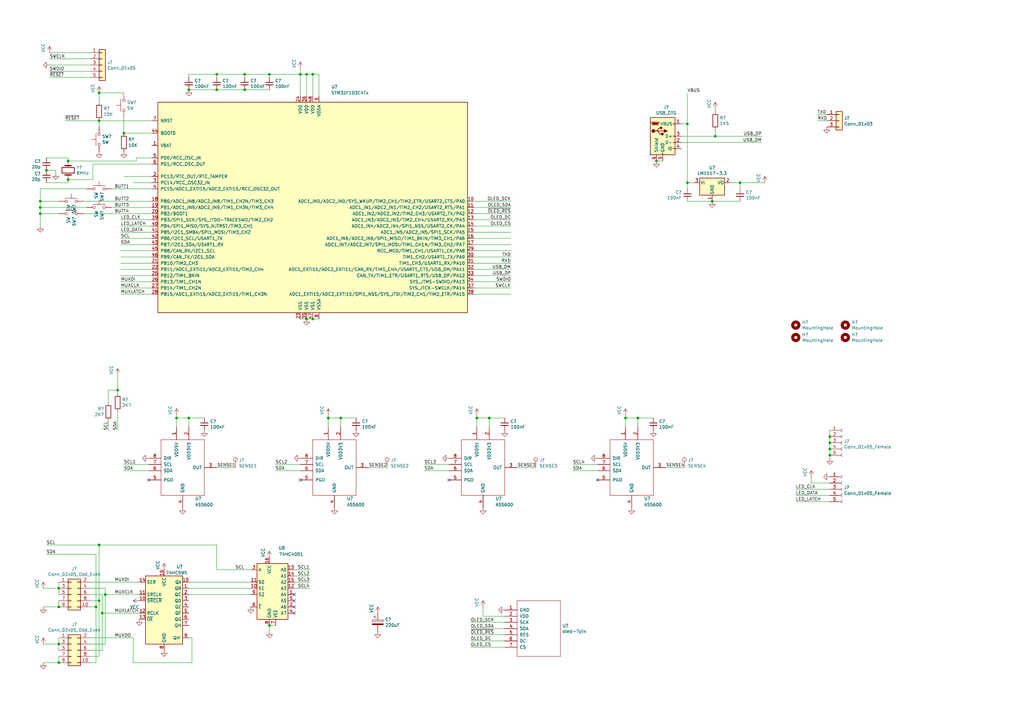
<source format=kicad_sch>
(kicad_sch (version 20231120) (generator "eeschema") (generator_version "8.0")
  (paper "A3")
  (junction (at 303.53 74.93))
  (junction (at 24.13 264.16))
  (junction (at 27.94 73.66))
  (junction (at 340.36 179.07))
  (junction (at 16.51 82.55))
  (junction (at 77.47 36.83))
  (junction (at 40.64 246.38))
  (junction (at 100.33 30.48))
  (junction (at 19.05 69.85))
  (junction (at 77.47 171.45))
  (junction (at 125.73 130.81))
  (junction (at 24.13 241.3))
  (junction (at 340.36 184.15))
  (junction (at 110.49 256.54))
  (junction (at 292.1 82.55))
  (junction (at 16.51 87.63))
  (junction (at 72.39 171.45))
  (junction (at 16.51 85.09))
  (junction (at 123.19 30.48))
  (junction (at 261.62 171.45))
  (junction (at 40.64 49.53))
  (junction (at 281.94 50.8))
  (junction (at 269.24 66.04))
  (junction (at 128.27 30.48))
  (junction (at 340.36 181.61))
  (junction (at 88.9 36.83))
  (junction (at 48.26 160.02))
  (junction (at 195.58 171.45))
  (junction (at 256.54 171.45))
  (junction (at 24.13 248.92))
  (junction (at 139.7 171.45))
  (junction (at 24.13 271.78))
  (junction (at 281.94 74.93))
  (junction (at 27.94 66.04))
  (junction (at 293.37 55.88))
  (junction (at 40.64 38.1))
  (junction (at 128.27 130.81))
  (junction (at 100.33 36.83))
  (junction (at 125.73 30.48))
  (junction (at 110.49 30.48))
  (junction (at 50.8 54.61))
  (junction (at 88.9 30.48))
  (junction (at 340.36 186.69))
  (junction (at 41.91 251.46))
  (junction (at 39.37 248.92))
  (junction (at 43.18 243.84))
  (junction (at 40.64 223.52))
  (junction (at 134.62 171.45))
  (junction (at 200.66 171.45))
  (no_connect (at 120.65 251.46))
  (no_connect (at 120.65 243.84))
  (no_connect (at 245.11 196.85))
  (no_connect (at 120.65 246.38))
  (no_connect (at 60.96 196.85))
  (no_connect (at 184.15 196.85))
  (no_connect (at 120.65 248.92))
  (no_connect (at 123.19 196.85))
  (wire (pts (xy 62.23 82.55) (xy 34.29 82.55)))
  (wire (pts (xy 293.37 55.88) (xy 312.42 55.88)))
  (wire (pts (xy 340.36 200.66) (xy 326.39 200.66)))
  (wire (pts (xy 40.64 49.53) (xy 26.67 49.53)))
  (wire (pts (xy 62.23 115.57) (xy 49.53 115.57)))
  (wire (pts (xy 139.7 171.45) (xy 146.05 171.45)))
  (wire (pts (xy 207.01 265.43) (xy 193.04 265.43)))
  (wire (pts (xy 339.09 46.99) (xy 335.28 46.99)))
  (wire (pts (xy 281.94 50.8) (xy 281.94 74.93)))
  (wire (pts (xy 16.51 85.09) (xy 16.51 87.63)))
  (wire (pts (xy 62.23 77.47) (xy 45.72 77.47)))
  (wire (pts (xy 78.74 261.62) (xy 78.74 271.78)))
  (wire (pts (xy 78.74 271.78) (xy 54.61 271.78)))
  (wire (pts (xy 200.66 175.26) (xy 200.66 171.45)))
  (wire (pts (xy 212.09 191.77) (xy 219.71 191.77)))
  (wire (pts (xy 48.26 168.91) (xy 48.26 176.53)))
  (wire (pts (xy 340.36 205.74) (xy 326.39 205.74)))
  (wire (pts (xy 303.53 82.55) (xy 292.1 82.55)))
  (wire (pts (xy 41.91 266.7) (xy 41.91 251.46)))
  (wire (pts (xy 207.01 262.89) (xy 193.04 262.89)))
  (wire (pts (xy 194.31 120.65) (xy 209.55 120.65)))
  (wire (pts (xy 100.33 36.83) (xy 110.49 36.83)))
  (wire (pts (xy 48.26 153.67) (xy 48.26 160.02)))
  (wire (pts (xy 194.31 115.57) (xy 209.55 115.57)))
  (wire (pts (xy 27.94 74.93) (xy 27.94 73.66)))
  (wire (pts (xy 198.12 252.73) (xy 198.12 248.92)))
  (wire (pts (xy 100.33 31.75) (xy 100.33 30.48)))
  (wire (pts (xy 123.19 130.81) (xy 125.73 130.81)))
  (wire (pts (xy 299.72 74.93) (xy 303.53 74.93)))
  (wire (pts (xy 62.23 100.33) (xy 49.53 100.33)))
  (wire (pts (xy 123.19 30.48) (xy 110.49 30.48)))
  (wire (pts (xy 62.23 110.49) (xy 49.53 110.49)))
  (wire (pts (xy 24.13 87.63) (xy 16.51 87.63)))
  (wire (pts (xy 110.49 256.54) (xy 113.03 256.54)))
  (wire (pts (xy 72.39 175.26) (xy 72.39 171.45)))
  (wire (pts (xy 36.83 266.7) (xy 41.91 266.7)))
  (wire (pts (xy 19.05 223.52) (xy 40.64 223.52)))
  (wire (pts (xy 24.13 241.3) (xy 24.13 243.84)))
  (wire (pts (xy 128.27 39.37) (xy 128.27 30.48)))
  (wire (pts (xy 194.31 118.11) (xy 209.55 118.11)))
  (wire (pts (xy 261.62 171.45) (xy 267.97 171.45)))
  (wire (pts (xy 48.26 160.02) (xy 48.26 161.29)))
  (wire (pts (xy 134.62 170.18) (xy 134.62 171.45)))
  (wire (pts (xy 340.36 181.61) (xy 340.36 184.15)))
  (wire (pts (xy 279.4 50.8) (xy 281.94 50.8)))
  (wire (pts (xy 125.73 130.81) (xy 128.27 130.81)))
  (wire (pts (xy 340.36 203.2) (xy 326.39 203.2)))
  (wire (pts (xy 27.94 66.04) (xy 55.88 66.04)))
  (wire (pts (xy 62.23 97.79) (xy 49.53 97.79)))
  (wire (pts (xy 16.51 82.55) (xy 16.51 85.09)))
  (wire (pts (xy 194.31 85.09) (xy 209.55 85.09)))
  (wire (pts (xy 36.83 243.84) (xy 41.91 243.84)))
  (wire (pts (xy 55.88 66.04) (xy 55.88 64.77)))
  (wire (pts (xy 41.91 251.46) (xy 57.15 251.46)))
  (wire (pts (xy 24.13 264.16) (xy 24.13 266.7)))
  (wire (pts (xy 44.45 165.1) (xy 44.45 160.02)))
  (wire (pts (xy 332.74 198.12) (xy 340.36 198.12)))
  (wire (pts (xy 195.58 171.45) (xy 200.66 171.45)))
  (wire (pts (xy 279.4 55.88) (xy 293.37 55.88)))
  (wire (pts (xy 332.74 198.12) (xy 332.74 195.58)))
  (wire (pts (xy 54.61 271.78) (xy 54.61 261.62)))
  (wire (pts (xy 72.39 170.18) (xy 72.39 171.45)))
  (wire (pts (xy 36.83 241.3) (xy 43.18 241.3)))
  (wire (pts (xy 194.31 90.17) (xy 209.55 90.17)))
  (wire (pts (xy 38.1 73.66) (xy 27.94 73.66)))
  (wire (pts (xy 256.54 175.26) (xy 256.54 171.45)))
  (wire (pts (xy 24.13 271.78) (xy 17.78 271.78)))
  (wire (pts (xy 36.83 248.92) (xy 39.37 248.92)))
  (wire (pts (xy 113.03 193.04) (xy 123.19 193.04)))
  (wire (pts (xy 77.47 30.48) (xy 77.47 31.75)))
  (wire (pts (xy 62.23 107.95) (xy 49.53 107.95)))
  (wire (pts (xy 123.19 27.94) (xy 123.19 30.48)))
  (wire (pts (xy 62.23 54.61) (xy 50.8 54.61)))
  (wire (pts (xy 19.05 64.77) (xy 27.94 64.77)))
  (wire (pts (xy 194.31 82.55) (xy 209.55 82.55)))
  (wire (pts (xy 194.31 100.33) (xy 209.55 100.33)))
  (wire (pts (xy 62.23 74.93) (xy 54.61 74.93)))
  (wire (pts (xy 110.49 30.48) (xy 110.49 31.75)))
  (wire (pts (xy 22.86 69.85) (xy 22.86 71.12)))
  (wire (pts (xy 36.83 271.78) (xy 39.37 271.78)))
  (wire (pts (xy 40.64 246.38) (xy 40.64 269.24)))
  (wire (pts (xy 41.91 243.84) (xy 41.91 251.46)))
  (wire (pts (xy 120.65 233.68) (xy 127 233.68)))
  (wire (pts (xy 88.9 223.52) (xy 88.9 233.68)))
  (wire (pts (xy 194.31 102.87) (xy 209.55 102.87)))
  (wire (pts (xy 36.83 26.67) (xy 20.32 26.67)))
  (wire (pts (xy 17.78 264.16) (xy 24.13 264.16)))
  (wire (pts (xy 194.31 105.41) (xy 209.55 105.41)))
  (wire (pts (xy 151.13 191.77) (xy 158.75 191.77)))
  (wire (pts (xy 256.54 171.45) (xy 261.62 171.45)))
  (wire (pts (xy 36.83 246.38) (xy 40.64 246.38)))
  (wire (pts (xy 293.37 44.45) (xy 293.37 45.72)))
  (wire (pts (xy 130.81 30.48) (xy 128.27 30.48)))
  (wire (pts (xy 39.37 248.92) (xy 39.37 227.33)))
  (wire (pts (xy 50.8 38.1) (xy 40.64 38.1)))
  (wire (pts (xy 194.31 95.25) (xy 209.55 95.25)))
  (wire (pts (xy 50.8 190.5) (xy 60.96 190.5)))
  (wire (pts (xy 281.94 82.55) (xy 292.1 82.55)))
  (wire (pts (xy 40.64 269.24) (xy 36.83 269.24)))
  (wire (pts (xy 194.31 110.49) (xy 209.55 110.49)))
  (wire (pts (xy 36.83 24.13) (xy 20.32 24.13)))
  (wire (pts (xy 27.94 64.77) (xy 27.94 66.04)))
  (wire (pts (xy 40.64 223.52) (xy 88.9 223.52)))
  (wire (pts (xy 16.51 77.47) (xy 35.56 77.47)))
  (wire (pts (xy 72.39 171.45) (xy 77.47 171.45)))
  (wire (pts (xy 195.58 170.18) (xy 195.58 171.45)))
  (wire (pts (xy 256.54 170.18) (xy 256.54 171.45)))
  (wire (pts (xy 62.23 87.63) (xy 34.29 87.63)))
  (wire (pts (xy 24.13 246.38) (xy 24.13 248.92)))
  (wire (pts (xy 44.45 172.72) (xy 44.45 176.53)))
  (wire (pts (xy 36.83 29.21) (xy 20.32 29.21)))
  (wire (pts (xy 194.31 107.95) (xy 209.55 107.95)))
  (wire (pts (xy 113.03 190.5) (xy 123.19 190.5)))
  (wire (pts (xy 207.01 252.73) (xy 198.12 252.73)))
  (wire (pts (xy 77.47 36.83) (xy 88.9 36.83)))
  (wire (pts (xy 303.53 74.93) (xy 313.69 74.93)))
  (wire (pts (xy 200.66 171.45) (xy 207.01 171.45)))
  (wire (pts (xy 130.81 39.37) (xy 130.81 30.48)))
  (wire (pts (xy 195.58 175.26) (xy 195.58 171.45)))
  (wire (pts (xy 40.64 49.53) (xy 40.64 52.07)))
  (wire (pts (xy 77.47 175.26) (xy 77.47 171.45)))
  (wire (pts (xy 128.27 130.81) (xy 130.81 130.81)))
  (wire (pts (xy 340.36 179.07) (xy 340.36 181.61)))
  (wire (pts (xy 269.24 66.04) (xy 271.78 66.04)))
  (wire (pts (xy 102.87 243.84) (xy 77.47 243.84)))
  (wire (pts (xy 340.36 184.15) (xy 340.36 186.69)))
  (wire (pts (xy 24.13 261.62) (xy 24.13 264.16)))
  (wire (pts (xy 62.23 67.31) (xy 38.1 67.31)))
  (wire (pts (xy 234.95 190.5) (xy 245.11 190.5)))
  (wire (pts (xy 88.9 36.83) (xy 100.33 36.83)))
  (wire (pts (xy 62.23 120.65) (xy 49.53 120.65)))
  (wire (pts (xy 54.61 261.62) (xy 36.83 261.62)))
  (wire (pts (xy 110.49 30.48) (xy 100.33 30.48)))
  (wire (pts (xy 36.83 31.75) (xy 20.32 31.75)))
  (wire (pts (xy 194.31 113.03) (xy 209.55 113.03)))
  (wire (pts (xy 50.8 54.61) (xy 50.8 48.26)))
  (wire (pts (xy 62.23 90.17) (xy 49.53 90.17)))
  (wire (pts (xy 88.9 30.48) (xy 77.47 30.48)))
  (wire (pts (xy 62.23 85.09) (xy 45.72 85.09)))
  (wire (pts (xy 24.13 269.24) (xy 24.13 271.78)))
  (wire (pts (xy 281.94 50.8) (xy 281.94 38.1)))
  (wire (pts (xy 77.47 241.3) (xy 102.87 241.3)))
  (wire (pts (xy 44.45 160.02) (xy 48.26 160.02)))
  (wire (pts (xy 340.36 176.53) (xy 340.36 179.07)))
  (wire (pts (xy 43.18 243.84) (xy 43.18 264.16)))
  (wire (pts (xy 62.23 72.39) (xy 50.8 72.39)))
  (wire (pts (xy 339.09 49.53) (xy 335.28 49.53)))
  (wire (pts (xy 194.31 92.71) (xy 209.55 92.71)))
  (wire (pts (xy 50.8 193.04) (xy 60.96 193.04)))
  (wire (pts (xy 62.23 95.25) (xy 49.53 95.25)))
  (wire (pts (xy 38.1 67.31) (xy 38.1 73.66)))
  (wire (pts (xy 88.9 191.77) (xy 96.52 191.77)))
  (wire (pts (xy 261.62 175.26) (xy 261.62 171.45)))
  (wire (pts (xy 134.62 171.45) (xy 139.7 171.45)))
  (wire (pts (xy 194.31 87.63) (xy 209.55 87.63)))
  (wire (pts (xy 303.53 74.93) (xy 303.53 77.47)))
  (wire (pts (xy 279.4 58.42) (xy 312.42 58.42)))
  (wire (pts (xy 62.23 49.53) (xy 40.64 49.53)))
  (wire (pts (xy 128.27 30.48) (xy 125.73 30.48)))
  (wire (pts (xy 100.33 30.48) (xy 88.9 30.48)))
  (wire (pts (xy 110.49 256.54) (xy 110.49 259.08)))
  (wire (pts (xy 194.31 97.79) (xy 209.55 97.79)))
  (wire (pts (xy 36.83 238.76) (xy 57.15 238.76)))
  (wire (pts (xy 16.51 77.47) (xy 16.51 82.55)))
  (wire (pts (xy 123.19 39.37) (xy 123.19 30.48)))
  (wire (pts (xy 234.95 193.04) (xy 245.11 193.04)))
  (wire (pts (xy 207.01 260.35) (xy 193.04 260.35)))
  (wire (pts (xy 24.13 241.3) (xy 17.78 241.3)))
  (wire (pts (xy 139.7 175.26) (xy 139.7 171.45)))
  (wire (pts (xy 62.23 113.03) (xy 49.53 113.03)))
  (wire (pts (xy 55.88 64.77) (xy 62.23 64.77)))
  (wire (pts (xy 36.83 21.59) (xy 20.32 21.59)))
  (wire (pts (xy 19.05 69.85) (xy 22.86 69.85)))
  (wire (pts (xy 43.18 243.84) (xy 57.15 243.84)))
  (wire (pts (xy 62.23 102.87) (xy 49.53 102.87)))
  (wire (pts (xy 88.9 233.68) (xy 102.87 233.68)))
  (wire (pts (xy 281.94 77.47) (xy 281.94 74.93)))
  (wire (pts (xy 125.73 30.48) (xy 123.19 30.48)))
  (wire (pts (xy 340.36 186.69) (xy 340.36 187.96)))
  (wire (pts (xy 173.99 193.04) (xy 184.15 193.04)))
  (wire (pts (xy 62.23 105.41) (xy 49.53 105.41)))
  (wire (pts (xy 40.64 38.1) (xy 40.64 41.91)))
  (wire (pts (xy 19.05 74.93) (xy 27.94 74.93)))
  (wire (pts (xy 134.62 175.26) (xy 134.62 171.45)))
  (wire (pts (xy 273.05 191.77) (xy 280.67 191.77)))
  (wire (pts (xy 24.13 238.76) (xy 24.13 241.3)))
  (wire (pts (xy 43.18 264.16) (xy 36.83 264.16)))
  (wire (pts (xy 40.64 246.38) (xy 40.64 223.52)))
  (wire (pts (xy 62.23 118.11) (xy 49.53 118.11)))
  (wire (pts (xy 43.18 241.3) (xy 43.18 243.84)))
  (wire (pts (xy 88.9 31.75) (xy 88.9 30.48)))
  (wire (pts (xy 77.47 261.62) (xy 78.74 261.62)))
  (wire (pts (xy 281.94 74.93) (xy 284.48 74.93)))
  (wire (pts (xy 207.01 255.27) (xy 193.04 255.27)))
  (wire (pts (xy 39.37 227.33) (xy 19.05 227.33)))
  (wire (pts (xy 120.65 238.76) (xy 127 238.76)))
  (wire (pts (xy 24.13 248.92) (xy 17.78 248.92)))
  (wire (pts (xy 125.73 39.37) (xy 125.73 30.48)))
  (wire (pts (xy 39.37 248.92) (xy 39.37 271.78)))
  (wire (pts (xy 120.65 236.22) (xy 127 236.22)))
  (wire (pts (xy 77.47 238.76) (xy 102.87 238.76)))
  (wire (pts (xy 173.99 190.5) (xy 184.15 190.5)))
  (wire (pts (xy 120.65 241.3) (xy 127 241.3)))
  (wire (pts (xy 207.01 257.81) (xy 193.04 257.81)))
  (wire (pts (xy 16.51 87.63) (xy 16.51 92.71)))
  (wire (pts (xy 24.13 82.55) (xy 16.51 82.55)))
  (wire (pts (xy 293.37 53.34) (xy 293.37 55.88)))
  (wire (pts (xy 16.51 85.09) (xy 35.56 85.09)))
  (wire (pts (xy 77.47 171.45) (xy 83.82 171.45)))
  (wire (pts (xy 49.53 92.71) (xy 62.23 92.71)))
  (label "USB_DP" (at 312.42 55.88 180))
  (label "SDA" (at 234.95 193.04 0))
  (label "SCL2" (at 113.03 190.5 0))
  (label "SCL2" (at 127 236.22 180))
  (label "SENSE4" (at 280.67 191.77 180))
  (label "MUXCLK" (at 49.53 118.11 0))
  (label "MUXDI" (at 49.53 115.57 0))
  (label "USB_DM" (at 312.42 58.42 180))
  (label "MUXCLK" (at 46.99 243.84 0))
  (label "OLED_SDA" (at 209.55 85.09 180))
  (label "OLED_SCK" (at 209.55 82.55 180))
  (label "OLED_SDA" (at 193.04 257.81 0))
  (label "SENSE3" (at 219.71 191.77 180))
  (label "SCL" (at 96.52 233.68 0))
  (label "SWDIO" (at 209.55 115.57 180))
  (label "SWCLK" (at 20.32 24.13 0))
  (label "OLED_SCK" (at 193.04 255.27 0))
  (label "LED_DATA" (at 49.53 95.25 0))
  (label "OLED_DC" (at 193.04 262.89 0))
  (label "LED_CLK" (at 49.53 90.17 0))
  (label "TXD" (at 335.28 46.99 0))
  (label "MUXDI" (at 46.99 238.76 0))
  (label "OLED_DC" (at 209.55 90.17 180))
  (label "SDA" (at 173.99 193.04 0))
  (label "VBUS" (at 281.94 38.1 0))
  (label "USB_DM" (at 209.55 110.49 180))
  (label "SENSE2" (at 158.75 191.77 180))
  (label "SCL1" (at 127 233.68 180))
  (label "BUTT3" (at 46.99 85.09 0))
  (label "SWDIO" (at 20.32 29.21 0))
  (label "~{OLED_RES}" (at 193.04 260.35 0))
  (label "SCL" (at 44.45 176.53 90))
  (label "MUXLATCH" (at 49.53 120.65 0))
  (label "SWCLK" (at 209.55 118.11 180))
  (label "MUXDO" (at 46.99 261.62 0))
  (label "SDA" (at 48.26 176.53 90))
  (label "OLED_CS" (at 193.04 265.43 0))
  (label "SCL1" (at 50.8 190.5 0))
  (label "SCL3" (at 173.99 190.5 0))
  (label "LED_LATCH" (at 49.53 92.71 0))
  (label "SDA" (at 19.05 227.33 0))
  (label "MUXLATCH" (at 46.99 251.46 0))
  (label "LED_DATA" (at 326.39 203.2 0))
  (label "SDA" (at 50.8 193.04 0))
  (label "SCL4" (at 127 241.3 180))
  (label "BUTT4" (at 46.99 87.63 0))
  (label "LED_LATCH" (at 326.39 205.74 0))
  (label "TXD" (at 209.55 105.41 180))
  (label "SDA" (at 49.53 100.33 0))
  (label "~{RESET}" (at 26.67 49.53 0))
  (label "OLED_CS" (at 209.55 92.71 180))
  (label "SCL3" (at 127 238.76 180))
  (label "RXD" (at 209.55 107.95 180))
  (label "SENSE1" (at 96.52 191.77 180))
  (label "SCL4" (at 234.95 190.5 0))
  (label "SCL" (at 19.05 223.52 0))
  (label "LED_CLK" (at 326.39 200.66 0))
  (label "BUTT2" (at 46.99 82.55 0))
  (label "~{RESET}" (at 20.32 31.75 0))
  (label "SCL" (at 49.53 97.79 0))
  (label "~{OLED_RES}" (at 209.55 87.63 180))
  (label "USB_DP" (at 209.55 113.03 180))
  (label "SDA" (at 113.03 193.04 0))
  (label "BUTT1" (at 46.99 77.47 0))
  (label "RXD" (at 335.28 49.53 0))
  (symbol (lib_id "lepetocontrol-rescue:Conn_01x05_Female-conn") (at 345.44 181.61 0) (unit 1)
    (property "Reference" "J6" (at 346.1512 180.9496 0) (effects (justify left)))
    (property "Value" "Conn_01x05_Female" (at 346.1512 183.261 0) (effects (justify left)))
    (property "Footprint" "Socket_Strips:Socket_Strip_Straight_1x05" (effects (hide yes)))
    (instances (project "" (path "" (reference "J?") (unit 1)) (path "" (reference "J6") (unit 1))))
  )
  (symbol (lib_id "lepetocontrol-rescue:Conn_01x05_Female-conn") (at 345.44 200.66 0) (unit 1)
    (property "Reference" "J7" (at 346.1512 199.9996 0) (effects (justify left)))
    (property "Value" "Conn_01x05_Female" (at 346.1512 202.311 0) (effects (justify left)))
    (property "Footprint" "Socket_Strips:Socket_Strip_Straight_1x05" (effects (hide yes)))
    (instances (project "" (path "" (reference "J?") (unit 1)) (path "" (reference "J7") (unit 1))))
  )
  (symbol (lib_id "lepetocontrol-rescue:GND-power") (at 340.36 195.58 270) (unit 1)
    (property "Reference" "#PWR051" (effects (hide yes)))
    (property "Value" "GND" (effects (hide yes)))
    (instances (project "" (path "" (reference "#PWR?") (unit 1)) (path "" (reference "#PWR051") (unit 1))))
  )
  (symbol (lib_id "lepetocontrol-rescue:VCC-power") (at 332.74 195.58 0) (unit 1)
    (property "Reference" "#PWR049" (effects (hide yes)))
    (property "Value" "VCC" (at 330.2 195.58 90) (effects (justify left)))
    (instances (project "" (path "" (reference "#PWR?") (unit 1)) (path "" (reference "#PWR049") (unit 1))))
  )
  (symbol (lib_id "oled:oled-7pin") (at 220.98 257.81 0) (unit 1)
    (property "Reference" "U?" (at 230.5812 256.6416 0) (effects (justify left)))
    (property "Value" "oled-7pin" (at 230.5812 258.953 0) (effects (justify left)))
    (property "Footprint" "lepetocontrol:oled_1.3_spi" (effects (hide yes)))
  )
  (symbol (lib_id "lepetocontrol-rescue:GND-power") (at 207.01 250.19 270) (unit 1)
    (property "Reference" "#PWR?" (effects (hide yes)))
    (property "Value" "GND" (effects (hide yes)))
  )
  (symbol (lib_id "lepetocontrol-rescue:VCC-power") (at 198.12 248.92 0) (unit 1)
    (property "Reference" "#PWR0120" (effects (hide yes)))
    (property "Value" "VCC" (at 195.58 248.92 90) (effects (justify left)))
    (instances (project "" (path "" (reference "#PWR?") (unit 1)) (path "" (reference "#PWR0120") (unit 1))))
  )
  (symbol (lib_id "lepetocontrol-rescue:MountingHole-mechanical") (at 326.39 133.35 0) (unit 1)
    (property "Reference" "H?" (at 328.93 132.1816 0) (effects (justify left)))
    (property "Value" "MountingHole" (at 328.93 134.493 0) (effects (justify left)))
    (property "Footprint" "Mounting_Holes:MountingHole_2.5mm" (effects (hide yes)))
  )
  (symbol (lib_id "lepetocontrol-rescue:MountingHole-mechanical") (at 346.71 138.43 0) (unit 1)
    (property "Reference" "H?" (at 349.25 137.2616 0) (effects (justify left)))
    (property "Value" "MountingHole" (at 349.25 139.573 0) (effects (justify left)))
    (property "Footprint" "Mounting_Holes:MountingHole_2.5mm" (effects (hide yes)))
  )
  (symbol (lib_id "lepetocontrol-rescue:MountingHole-mechanical") (at 346.71 133.35 0) (unit 1)
    (property "Reference" "H?" (at 349.25 132.1816 0) (effects (justify left)))
    (property "Value" "MountingHole" (at 349.25 134.493 0) (effects (justify left)))
    (property "Footprint" "Mounting_Holes:MountingHole_2.5mm" (effects (hide yes)))
  )
  (symbol (lib_id "lepetocontrol-rescue:MountingHole-mechanical") (at 326.39 138.43 0) (unit 1)
    (property "Reference" "H?" (at 328.93 137.2616 0) (effects (justify left)))
    (property "Value" "MountingHole" (at 328.93 139.573 0) (effects (justify left)))
    (property "Footprint" "Mounting_Holes:MountingHole_2.5mm" (effects (hide yes)))
  )
  (symbol (lib_id "lepetocontrol-rescue:SW_Push-switches") (at 40.64 85.09 0) (unit 1)
    (property "Reference" "SW?" (at 41.8084 86.3092 90) (effects (justify right)))
    (property "Value" "SW" (at 39.497 86.3092 90) (effects (justify right)))
    (property "Footprint" "lepetocontrol:switch_6x6" (effects (hide yes)))
  )
  (symbol (lib_id "lepetocontrol-rescue:SW_Push-switches") (at 29.21 82.55 0) (unit 1)
    (property "Reference" "SW?" (at 30.3784 83.7692 90) (effects (justify right)))
    (property "Value" "SW" (at 28.067 83.7692 90) (effects (justify right)))
    (property "Footprint" "lepetocontrol:switch_6x6" (effects (hide yes)))
  )
  (symbol (lib_id "lepetocontrol-rescue:SW_Push-switches") (at 40.64 77.47 0) (unit 1)
    (property "Reference" "SW?" (at 41.8084 78.6892 90) (effects (justify right)))
    (property "Value" "SW" (at 39.497 78.6892 90) (effects (justify right)))
    (property "Footprint" "lepetocontrol:switch_6x6" (effects (hide yes)))
  )
  (symbol (lib_id "lepetocontrol-rescue:SW_Push-switches") (at 29.21 87.63 0) (unit 1)
    (property "Reference" "SW?" (at 30.3784 88.8492 90) (effects (justify right)))
    (property "Value" "SW" (at 28.067 88.8492 90) (effects (justify right)))
    (property "Footprint" "lepetocontrol:switch_6x6" (effects (hide yes)))
  )
  (symbol (lib_id "lepetocontrol-rescue:GND-power") (at 16.51 92.71 0) (unit 1)
    (property "Reference" "#PWR?" (effects (hide yes)))
    (property "Value" "GND" (effects (hide yes)))
  )
  (symbol (lib_id "lepetocontrol-rescue:GND-power") (at 110.49 259.08 0) (unit 1)
    (property "Reference" "#PWR?" (effects (hide yes)))
    (property "Value" "GND" (effects (hide yes)))
  )
  (symbol (lib_id "lepetocontrol-rescue:GND-power") (at 340.36 187.96 0) (unit 1)
    (property "Reference" "#PWR0121" (effects (hide yes)))
    (property "Value" "GND" (effects (hide yes)))
    (instances (project "" (path "" (reference "#PWR?") (unit 1)) (path "" (reference "#PWR0121") (unit 1))))
  )
  (symbol (lib_id "lepetocontrol-rescue:CP-device") (at 154.94 255.27 0) (unit 1)
    (property "Reference" "C?" (at 157.9372 254.1016 0) (effects (justify left)))
    (property "Value" "220uF" (at 157.9372 256.413 0) (effects (justify left)))
    (property "Footprint" "Capacitors_Tantalum_SMD:CP_Tantalum_Case-D_EIA-7343-31_Reflow" (effects (hide yes)))
  )
  (symbol (lib_id "lepetocontrol-rescue:VCC-power") (at 154.94 251.46 0) (unit 1)
    (property "Reference" "#PWR036" (effects (hide yes)))
    (property "Value" "VCC" (at 152.4 251.46 90) (effects (justify left)))
    (instances (project "" (path "" (reference "#PWR?") (unit 1)) (path "" (reference "#PWR036") (unit 1))))
  )
  (symbol (lib_id "lepetocontrol-rescue:GND-power") (at 154.94 259.08 0) (unit 1)
    (property "Reference" "#PWR038" (effects (hide yes)))
    (property "Value" "GND" (effects (hide yes)))
    (instances (project "" (path "" (reference "#PWR?") (unit 1)) (path "" (reference "#PWR038") (unit 1))))
  )
  (symbol (lib_id "as5600:AS5600") (at 74.93 191.77 0) (unit 1)
    (property "Reference" "U5" (at 80.01 204.47 0) (effects (justify left)))
    (property "Value" "AS5600" (at 80.01 207.01 0) (effects (justify left)))
    (property "Footprint" "Housings_SOIC:SOIC-8_3.9x4.9mm_Pitch1.27mm" (effects (hide yes)))
    (instances (project "" (path "" (reference "U?") (unit 1)) (path "" (reference "U5") (unit 1))))
  )
  (symbol (lib_id "lepetocontrol-rescue:STM32F103C4Tx-stm32") (at 128.27 85.09 0) (unit 1)
    (property "Reference" "U?" (at 137.16 35.56 0))
    (property "Value" "STM32F103C4Tx" (at 143.51 38.1 0))
    (property "Footprint" "Housings_QFP:LQFP-48_7x7mm_Pitch0.5mm" (effects (hide yes)))
    (property "Datasheet" "http://www.st.com/st-web-ui/static/active/en/resource/technical/document/datasheet/CD00210843.pdf" (effects (hide yes)))
  )
  (symbol (lib_id "lepetocontrol-rescue:GND-power") (at 74.93 208.28 0) (unit 1)
    (property "Reference" "#PWR?" (effects (hide yes)))
    (property "Value" "GND" (effects (hide yes)))
  )
  (symbol (lib_id "lepetocontrol-rescue:C_Small-device") (at 83.82 173.99 0) (unit 1)
    (property "Reference" "C?" (at 86.1568 172.8216 0) (effects (justify left)))
    (property "Value" "100nF" (at 86.1568 175.133 0) (effects (justify left)))
    (property "Footprint" "Capacitors_SMD:C_0603" (effects (hide yes)))
  )
  (symbol (lib_id "lepetocontrol-rescue:GND-power") (at 83.82 176.53 0) (unit 1)
    (property "Reference" "#PWR?" (effects (hide yes)))
    (property "Value" "GND" (effects (hide yes)))
  )
  (symbol (lib_id "lepetocontrol-rescue:GND-power") (at 60.96 187.96 270) (unit 1)
    (property "Reference" "#PWR?" (effects (hide yes)))
    (property "Value" "GND" (effects (hide yes)))
  )
  (symbol (lib_id "lepetocontrol-rescue:R-device") (at 48.26 165.1 0) (unit 1)
    (property "Reference" "R?" (at 50.038 163.9316 0) (effects (justify left)))
    (property "Value" "2K7" (at 50.038 166.243 0) (effects (justify left)))
    (property "Footprint" "Resistors_SMD:R_0805" (effects (hide yes)))
  )
  (symbol (lib_id "lepetocontrol-rescue:R-device") (at 44.45 168.91 0) (mirror x) (unit 1)
    (property "Reference" "R?" (at 42.6974 167.7416 0) (effects (justify right)))
    (property "Value" "2K7" (at 42.6974 170.053 0) (effects (justify right)))
    (property "Footprint" "Resistors_SMD:R_0805" (effects (hide yes)))
  )
  (symbol (lib_id "lepetocontrol-rescue:VCC-power") (at 72.39 170.18 0) (unit 1)
    (property "Reference" "#PWR019" (effects (hide yes)))
    (property "Value" "VCC" (at 69.85 170.18 90) (effects (justify left)))
    (instances (project "" (path "" (reference "#PWR?") (unit 1)) (path "" (reference "#PWR019") (unit 1))))
  )
  (symbol (lib_id "lepetocontrol-rescue:VCC-power") (at 48.26 153.67 0) (unit 1)
    (property "Reference" "#PWR015" (effects (hide yes)))
    (property "Value" "VCC" (at 45.72 153.67 90) (effects (justify left)))
    (instances (project "" (path "" (reference "#PWR?") (unit 1)) (path "" (reference "#PWR015") (unit 1))))
  )
  (symbol (lib_id "as5600:AS5600") (at 137.16 191.77 0) (unit 1)
    (property "Reference" "U7" (at 142.24 204.47 0) (effects (justify left)))
    (property "Value" "AS5600" (at 142.24 207.01 0) (effects (justify left)))
    (property "Footprint" "Housings_SOIC:SOIC-8_3.9x4.9mm_Pitch1.27mm" (effects (hide yes)))
    (instances (project "" (path "" (reference "U?") (unit 1)) (path "" (reference "U7") (unit 1))))
  )
  (symbol (lib_id "lepetocontrol-rescue:GND-power") (at 137.16 208.28 0) (unit 1)
    (property "Reference" "#PWR?" (effects (hide yes)))
    (property "Value" "GND" (effects (hide yes)))
  )
  (symbol (lib_id "lepetocontrol-rescue:C_Small-device") (at 146.05 173.99 0) (unit 1)
    (property "Reference" "C?" (at 148.3868 172.8216 0) (effects (justify left)))
    (property "Value" "100nF" (at 148.3868 175.133 0) (effects (justify left)))
    (property "Footprint" "Capacitors_SMD:C_0603" (effects (hide yes)))
  )
  (symbol (lib_id "lepetocontrol-rescue:GND-power") (at 146.05 176.53 0) (unit 1)
    (property "Reference" "#PWR?" (effects (hide yes)))
    (property "Value" "GND" (effects (hide yes)))
  )
  (symbol (lib_id "lepetocontrol-rescue:GND-power") (at 123.19 187.96 270) (unit 1)
    (property "Reference" "#PWR?" (effects (hide yes)))
    (property "Value" "GND" (effects (hide yes)))
  )
  (symbol (lib_id "lepetocontrol-rescue:VCC-power") (at 134.62 170.18 0) (unit 1)
    (property "Reference" "#PWR027" (effects (hide yes)))
    (property "Value" "VCC" (at 132.08 170.18 90) (effects (justify left)))
    (instances (project "" (path "" (reference "#PWR?") (unit 1)) (path "" (reference "#PWR027") (unit 1))))
  )
  (symbol (lib_id "as5600:AS5600") (at 198.12 191.77 0) (unit 1)
    (property "Reference" "U9" (at 203.2 204.47 0) (effects (justify left)))
    (property "Value" "AS5600" (at 203.2 207.01 0) (effects (justify left)))
    (property "Footprint" "Housings_SOIC:SOIC-8_3.9x4.9mm_Pitch1.27mm" (effects (hide yes)))
    (instances (project "" (path "" (reference "U?") (unit 1)) (path "" (reference "U9") (unit 1))))
  )
  (symbol (lib_id "lepetocontrol-rescue:GND-power") (at 198.12 208.28 0) (unit 1)
    (property "Reference" "#PWR?" (effects (hide yes)))
    (property "Value" "GND" (effects (hide yes)))
  )
  (symbol (lib_id "lepetocontrol-rescue:C_Small-device") (at 207.01 173.99 0) (unit 1)
    (property "Reference" "C?" (at 209.3468 172.8216 0) (effects (justify left)))
    (property "Value" "100nF" (at 209.3468 175.133 0) (effects (justify left)))
    (property "Footprint" "Capacitors_SMD:C_0603" (effects (hide yes)))
  )
  (symbol (lib_id "lepetocontrol-rescue:GND-power") (at 207.01 176.53 0) (unit 1)
    (property "Reference" "#PWR?" (effects (hide yes)))
    (property "Value" "GND" (effects (hide yes)))
  )
  (symbol (lib_id "lepetocontrol-rescue:GND-power") (at 184.15 187.96 270) (unit 1)
    (property "Reference" "#PWR?" (effects (hide yes)))
    (property "Value" "GND" (effects (hide yes)))
  )
  (symbol (lib_id "lepetocontrol-rescue:VCC-power") (at 195.58 170.18 0) (unit 1)
    (property "Reference" "#PWR035" (effects (hide yes)))
    (property "Value" "VCC" (at 193.04 170.18 90) (effects (justify left)))
    (instances (project "" (path "" (reference "#PWR?") (unit 1)) (path "" (reference "#PWR035") (unit 1))))
  )
  (symbol (lib_id "as5600:AS5600") (at 259.08 191.77 0) (unit 1)
    (property "Reference" "U11" (at 264.16 204.47 0) (effects (justify left)))
    (property "Value" "AS5600" (at 264.16 207.01 0) (effects (justify left)))
    (property "Footprint" "Housings_SOIC:SOIC-8_3.9x4.9mm_Pitch1.27mm" (effects (hide yes)))
    (instances (project "" (path "" (reference "U?") (unit 1)) (path "" (reference "U11") (unit 1))))
  )
  (symbol (lib_id "lepetocontrol-rescue:GND-power") (at 259.08 208.28 0) (unit 1)
    (property "Reference" "#PWR?" (effects (hide yes)))
    (property "Value" "GND" (effects (hide yes)))
  )
  (symbol (lib_id "lepetocontrol-rescue:C_Small-device") (at 267.97 173.99 0) (unit 1)
    (property "Reference" "C?" (at 270.3068 172.8216 0) (effects (justify left)))
    (property "Value" "100nF" (at 270.3068 175.133 0) (effects (justify left)))
    (property "Footprint" "Capacitors_SMD:C_0603" (effects (hide yes)))
  )
  (symbol (lib_id "lepetocontrol-rescue:GND-power") (at 267.97 176.53 0) (unit 1)
    (property "Reference" "#PWR?" (effects (hide yes)))
    (property "Value" "GND" (effects (hide yes)))
  )
  (symbol (lib_id "lepetocontrol-rescue:GND-power") (at 245.11 187.96 270) (unit 1)
    (property "Reference" "#PWR?" (effects (hide yes)))
    (property "Value" "GND" (effects (hide yes)))
  )
  (symbol (lib_id "lepetocontrol-rescue:VCC-power") (at 256.54 170.18 0) (unit 1)
    (property "Reference" "#PWR043" (effects (hide yes)))
    (property "Value" "VCC" (at 254 170.18 90) (effects (justify left)))
    (instances (project "" (path "" (reference "#PWR?") (unit 1)) (path "" (reference "#PWR043") (unit 1))))
  )
  (symbol (lib_id "lepetocontrol-rescue:Crystal-device") (at 27.94 69.85 270) (unit 1)
    (property "Reference" "Y?" (at 31.2674 68.6816 90) (effects (justify left)))
    (property "Value" "8MHz" (at 31.2674 70.993 90) (effects (justify left)))
    (property "Footprint" "Crystals:HC-49V" (effects (hide yes)))
  )
  (symbol (lib_id "lepetocontrol-rescue:C_Small-device") (at 19.05 67.31 0) (mirror x) (unit 1)
    (property "Reference" "C?" (at 16.7132 66.1416 0) (effects (justify right)))
    (property "Value" "20p" (at 16.7132 68.453 0) (effects (justify right)))
    (property "Footprint" "Capacitors_SMD:C_0805" (effects (hide yes)))
  )
  (symbol (lib_id "lepetocontrol-rescue:C_Small-device") (at 19.05 72.39 0) (mirror x) (unit 1)
    (property "Reference" "C?" (at 16.7132 71.2216 0) (effects (justify right)))
    (property "Value" "20p" (at 16.7132 73.533 0) (effects (justify right)))
    (property "Footprint" "Capacitors_SMD:C_0805" (effects (hide yes)))
  )
  (symbol (lib_id "lepetocontrol-rescue:GND-power") (at 22.86 71.12 0) (unit 1)
    (property "Reference" "#PWR?" (effects (hide yes)))
    (property "Value" "GND" (effects (hide yes)))
  )
  (symbol (lib_id "lepetocontrol-rescue:Conn_01x05-conn") (at 41.91 26.67 0) (unit 1)
    (property "Reference" "J?" (at 43.942 25.6032 0) (effects (justify left)))
    (property "Value" "Conn_01x05" (at 43.942 27.9146 0) (effects (justify left)))
    (property "Footprint" "Pin_Headers:Pin_Header_Angled_1x05" (effects (hide yes)))
  )
  (symbol (lib_id "lepetocontrol-rescue:GND-power") (at 20.32 26.67 270) (unit 1)
    (property "Reference" "#PWR?" (effects (hide yes)))
    (property "Value" "GND" (effects (hide yes)))
  )
  (symbol (lib_id "lepetocontrol-rescue:VCC-power") (at 20.32 21.59 0) (unit 1)
    (property "Reference" "#PWR01" (effects (hide yes)))
    (property "Value" "VCC" (at 17.78 21.59 90) (effects (justify left)))
    (instances (project "" (path "" (reference "#PWR?") (unit 1)) (path "" (reference "#PWR01") (unit 1))))
  )
  (symbol (lib_id "lepetocontrol-rescue:R-device") (at 50.8 58.42 0) (unit 1)
    (property "Reference" "R?" (at 52.578 57.2516 0) (effects (justify left)))
    (property "Value" "10K" (at 52.578 59.563 0) (effects (justify left)))
    (property "Footprint" "Resistors_SMD:R_0805" (effects (hide yes)))
  )
  (symbol (lib_id "lepetocontrol-rescue:GND-power") (at 50.8 62.23 0) (unit 1)
    (property "Reference" "#PWR?" (effects (hide yes)))
    (property "Value" "GND" (effects (hide yes)))
  )
  (symbol (lib_id "lepetocontrol-rescue:R-device") (at 40.64 45.72 0) (unit 1)
    (property "Reference" "R?" (at 42.418 44.5516 0) (effects (justify left)))
    (property "Value" "10K" (at 42.418 46.863 0) (effects (justify left)))
    (property "Footprint" "Resistors_SMD:R_0805" (effects (hide yes)))
  )
  (symbol (lib_id "lepetocontrol-rescue:VCC-power") (at 40.64 38.1 0) (unit 1)
    (property "Reference" "#PWR05" (effects (hide yes)))
    (property "Value" "VCC" (at 38.1 38.1 90) (effects (justify left)))
    (instances (project "" (path "" (reference "#PWR?") (unit 1)) (path "" (reference "#PWR05") (unit 1))))
  )
  (symbol (lib_id "lepetocontrol-rescue:SW_Push-switches") (at 40.64 57.15 90) (unit 1)
    (property "Reference" "SW?" (at 41.8592 55.9816 90) (effects (justify right)))
    (property "Value" "SW" (at 41.8592 58.293 90) (effects (justify right)))
    (property "Footprint" "Buttons_Switches_ThroughHole:SW_Tactile_SPST_Angled" (effects (hide yes)))
  )
  (symbol (lib_id "lepetocontrol-rescue:GND-power") (at 40.64 62.23 0) (unit 1)
    (property "Reference" "#PWR?" (effects (hide yes)))
    (property "Value" "GND" (effects (hide yes)))
  )
  (symbol (lib_id "lepetocontrol-rescue:SW_Push-switches") (at 50.8 43.18 90) (unit 1)
    (property "Reference" "SW?" (at 52.0192 42.0116 90) (effects (justify right)))
    (property "Value" "SW" (at 52.0192 44.323 90) (effects (justify right)))
    (property "Footprint" "Buttons_Switches_ThroughHole:SW_Tactile_SPST_Angled" (effects (hide yes)))
  )
  (symbol (lib_id "lepetocontrol-rescue:C_Small-device") (at 110.49 34.29 0) (unit 1)
    (property "Reference" "C?" (at 112.8268 33.1216 0) (effects (justify left)))
    (property "Value" "100nF" (at 112.8268 35.433 0) (effects (justify left)))
    (property "Footprint" "Capacitors_SMD:C_0603" (effects (hide yes)))
  )
  (symbol (lib_id "lepetocontrol-rescue:C_Small-device") (at 100.33 34.29 0) (unit 1)
    (property "Reference" "C?" (at 102.6668 33.1216 0) (effects (justify left)))
    (property "Value" "100nF" (at 102.6668 35.433 0) (effects (justify left)))
    (property "Footprint" "Capacitors_SMD:C_0603" (effects (hide yes)))
  )
  (symbol (lib_id "lepetocontrol-rescue:C_Small-device") (at 88.9 34.29 0) (unit 1)
    (property "Reference" "C?" (at 91.2368 33.1216 0) (effects (justify left)))
    (property "Value" "100nF" (at 91.2368 35.433 0) (effects (justify left)))
    (property "Footprint" "Capacitors_SMD:C_0603" (effects (hide yes)))
  )
  (symbol (lib_id "lepetocontrol-rescue:C_Small-device") (at 77.47 34.29 0) (unit 1)
    (property "Reference" "C?" (at 79.8068 33.1216 0) (effects (justify left)))
    (property "Value" "100nF" (at 79.8068 35.433 0) (effects (justify left)))
    (property "Footprint" "Capacitors_SMD:C_0603" (effects (hide yes)))
  )
  (symbol (lib_id "lepetocontrol-rescue:GND-power") (at 77.47 36.83 0) (unit 1)
    (property "Reference" "#PWR?" (effects (hide yes)))
    (property "Value" "GND" (effects (hide yes)))
  )
  (symbol (lib_id "lepetocontrol-rescue:GND-power") (at 125.73 130.81 0) (unit 1)
    (property "Reference" "#PWR?" (effects (hide yes)))
    (property "Value" "GND" (effects (hide yes)))
  )
  (symbol (lib_id "lepetocontrol-rescue:USB_OTG-conn") (at 271.78 55.88 0) (unit 1)
    (property "Reference" "J?" (at 273.2278 44.0182 0))
    (property "Value" "USB_OTG" (at 273.2278 46.3296 0))
    (property "Footprint" "Connect:USB_Mini-B" (effects (hide yes)))
  )
  (symbol (lib_id "lepetocontrol-rescue:GND-power") (at 269.24 66.04 0) (unit 1)
    (property "Reference" "#PWR?" (effects (hide yes)))
    (property "Value" "GND" (effects (hide yes)))
  )
  (symbol (lib_id "lepetocontrol-rescue:74HC595-74xx") (at 67.31 248.92 0) (unit 1)
    (property "Reference" "U6" (at 73.66 232.41 0))
    (property "Value" "74HC595" (at 72.39 234.95 0))
    (property "Footprint" "Housings_SOIC:SOIC-16_3.9x9.9mm_Pitch1.27mm" (effects (hide yes)))
    (property "Datasheet" "http://www.ti.com/lit/ds/symlink/sn74hc595.pdf" (effects (hide yes)))
    (instances (project "" (path "" (reference "U?") (unit 1)) (path "" (reference "U6") (unit 1))))
  )
  (symbol (lib_id "lepetocontrol-rescue:GND-power") (at 67.31 266.7 0) (unit 1)
    (property "Reference" "#PWR030" (effects (hide yes)))
    (property "Value" "GND" (effects (hide yes)))
    (instances (project "" (path "" (reference "#PWR?") (unit 1)) (path "" (reference "#PWR030") (unit 1))))
  )
  (symbol (lib_id "lepetocontrol-rescue:VCC-power") (at 67.31 233.68 0) (unit 1)
    (property "Reference" "#PWR028" (effects (hide yes)))
    (property "Value" "VCC" (at 64.77 233.68 90) (effects (justify left)))
    (instances (project "" (path "" (reference "#PWR?") (unit 1)) (path "" (reference "#PWR028") (unit 1))))
  )
  (symbol (lib_id "lepetocontrol-rescue:74HC4051-74xx") (at 110.49 241.3 0) (unit 1)
    (property "Reference" "U8" (at 115.57 224.79 0))
    (property "Value" "74HC4051" (at 119.38 227.33 0))
    (property "Footprint" "Housings_SOIC:SOIC-16_3.9x9.9mm_Pitch1.27mm" (effects (hide yes)))
    (property "Datasheet" "http://www.ti.com/lit/ds/symlink/cd74hc4051.pdf" (effects (hide yes)))
  )
  (symbol (lib_id "lepetocontrol-rescue:R-device") (at 293.37 49.53 0) (unit 1)
    (property "Reference" "R?" (at 295.148 48.3616 0) (effects (justify left)))
    (property "Value" "1K5" (at 295.148 50.673 0) (effects (justify left)))
    (property "Footprint" "Resistors_SMD:R_0805" (effects (hide yes)))
  )
  (symbol (lib_id "lepetocontrol-rescue:VCC-power") (at 293.37 44.45 0) (unit 1)
    (property "Reference" "#PWR08" (effects (hide yes)))
    (property "Value" "VCC" (at 290.83 44.45 90) (effects (justify left)))
    (instances (project "" (path "" (reference "#PWR?") (unit 1)) (path "" (reference "#PWR08") (unit 1))))
  )
  (symbol (lib_id "lepetocontrol-rescue:LM1117-3.3-regul") (at 292.1 74.93 0) (unit 1)
    (property "Reference" "U?" (at 292.1 68.7832 0))
    (property "Value" "LM1117-3.3" (at 292.1 71.0946 0))
    (property "Footprint" "TO_SOT_Packages_SMD:SOT-223-3Lead_TabPin2" (effects (hide yes)))
    (property "Datasheet" "http://www.ti.com/lit/ds/symlink/lm1117.pdf" (effects (hide yes)))
  )
  (symbol (lib_id "lepetocontrol-rescue:GND-power") (at 292.1 82.55 0) (unit 1)
    (property "Reference" "#PWR?" (effects (hide yes)))
    (property "Value" "GND" (effects (hide yes)))
  )
  (symbol (lib_id "lepetocontrol-rescue:TEST_1P-conn") (at 96.52 191.77 0) (unit 1)
    (property "Reference" "J?" (at 97.9932 188.7728 0) (effects (justify left)))
    (property "Value" "SENSE1" (at 97.9932 191.0842 0) (effects (justify left)))
    (property "Footprint" "wirepads:WIREPAD_SMD_TINY" (effects (hide yes)))
  )
  (symbol (lib_id "lepetocontrol-rescue:TEST_1P-conn") (at 158.75 191.77 0) (unit 1)
    (property "Reference" "J?" (at 160.2232 188.7728 0) (effects (justify left)))
    (property "Value" "SENSE2" (at 160.2232 191.0842 0) (effects (justify left)))
    (property "Footprint" "wirepads:WIREPAD_SMD_TINY" (effects (hide yes)))
  )
  (symbol (lib_id "lepetocontrol-rescue:TEST_1P-conn") (at 280.67 191.77 0) (unit 1)
    (property "Reference" "J?" (at 282.1432 188.7728 0) (effects (justify left)))
    (property "Value" "SENSE4" (at 282.1432 191.0842 0) (effects (justify left)))
    (property "Footprint" "wirepads:WIREPAD_SMD_TINY" (effects (hide yes)))
  )
  (symbol (lib_id "lepetocontrol-rescue:TEST_1P-conn") (at 219.71 191.77 0) (unit 1)
    (property "Reference" "J?" (at 221.1832 188.7728 0) (effects (justify left)))
    (property "Value" "SENSE3" (at 221.1832 191.0842 0) (effects (justify left)))
    (property "Footprint" "wirepads:WIREPAD_SMD_TINY" (effects (hide yes)))
  )
  (symbol (lib_id "lepetocontrol-rescue:VCC-power") (at 313.69 74.93 0) (unit 1)
    (property "Reference" "#PWR010" (effects (hide yes)))
    (property "Value" "VCC" (at 311.15 74.93 90) (effects (justify left)))
    (instances (project "" (path "" (reference "#PWR?") (unit 1)) (path "" (reference "#PWR010") (unit 1))))
  )
  (symbol (lib_id "lepetocontrol-rescue:C_Small-device") (at 303.53 80.01 0) (unit 1)
    (property "Reference" "C?" (at 305.8668 78.8416 0) (effects (justify left)))
    (property "Value" "100nF" (at 305.8668 81.153 0) (effects (justify left)))
    (property "Footprint" "Capacitors_SMD:C_0603" (effects (hide yes)))
  )
  (symbol (lib_id "lepetocontrol-rescue:C_Small-device") (at 281.94 80.01 0) (mirror x) (unit 1)
    (property "Reference" "C?" (at 279.6286 78.8416 0) (effects (justify right)))
    (property "Value" "100nF" (at 279.6286 81.153 0) (effects (justify right)))
    (property "Footprint" "Capacitors_SMD:C_0603" (effects (hide yes)))
  )
  (symbol (lib_id "lepetocontrol-rescue:Conn_01x03-conn") (at 344.17 49.53 0) (unit 1)
    (property "Reference" "J?" (at 346.202 48.4632 0) (effects (justify left)))
    (property "Value" "Conn_01x03" (at 346.202 50.7746 0) (effects (justify left)))
    (property "Footprint" "Pin_Headers:Pin_Header_Straight_1x03" (effects (hide yes)))
  )
  (symbol (lib_id "lepetocontrol-rescue:GND-power") (at 339.09 52.07 0) (unit 1)
    (property "Reference" "#PWR?" (effects (hide yes)))
    (property "Value" "GND" (effects (hide yes)))
  )
  (symbol (lib_id "lepetocontrol-rescue:VCC-power") (at 123.19 27.94 0) (unit 1)
    (property "Reference" "#PWR012" (effects (hide yes)))
    (property "Value" "VCC" (at 120.65 27.94 90) (effects (justify left)))
    (instances (project "" (path "" (reference "#PWR?") (unit 1)) (path "" (reference "#PWR012") (unit 1))))
  )
  (symbol (lib_id "lepetocontrol-rescue:GND-power") (at 102.87 248.92 0) (unit 1)
    (property "Reference" "#PWR032" (effects (hide yes)))
    (property "Value" "GND" (effects (hide yes)))
    (instances (project "" (path "" (reference "#PWR?") (unit 1)) (path "" (reference "#PWR032") (unit 1))))
  )
  (symbol (lib_id "lepetocontrol-rescue:VCC-power") (at 57.15 246.38 90) (unit 1)
    (property "Reference" "#PWR024" (effects (hide yes)))
    (property "Value" "VCC" (at 57.15 248.92 90) (effects (justify left)))
    (instances (project "" (path "" (reference "#PWR?") (unit 1)) (path "" (reference "#PWR024") (unit 1))))
  )
  (symbol (lib_id "lepetocontrol-rescue:GND-power") (at 57.15 254 0) (unit 1)
    (property "Reference" "#PWR026" (effects (hide yes)))
    (property "Value" "GND" (effects (hide yes)))
    (instances (project "" (path "" (reference "#PWR?") (unit 1)) (path "" (reference "#PWR026") (unit 1))))
  )
  (symbol (lib_id "lepetocontrol-rescue:Conn_02x05_Odd_Even-conn") (at 29.21 243.84 0) (unit 1)
    (property "Reference" "J?" (at 30.48 233.2482 0))
    (property "Value" "Conn_02x05_Odd_Even" (at 30.48 235.5596 0))
    (property "Footprint" "Pin_Headers:Pin_Header_Angled_2x05" (effects (hide yes)))
  )
  (symbol (lib_id "lepetocontrol-rescue:Conn_02x05_Odd_Even-conn") (at 29.21 266.7 0) (unit 1)
    (property "Reference" "J?" (at 30.48 256.1082 0))
    (property "Value" "Conn_02x05_Odd_Even" (at 30.48 258.4196 0))
    (property "Footprint" "Socket_Strips:Socket_Strip_Angled_2x05" (effects (hide yes)))
  )
  (symbol (lib_id "lepetocontrol-rescue:VCC-power") (at 110.49 228.6 0) (unit 1)
    (property "Reference" "#PWR034" (effects (hide yes)))
    (property "Value" "VCC" (at 107.95 228.6 90) (effects (justify left)))
    (instances (project "" (path "" (reference "#PWR?") (unit 1)) (path "" (reference "#PWR034") (unit 1))))
  )
  (symbol (lib_id "lepetocontrol-rescue:GND-power") (at 17.78 248.92 0) (unit 1)
    (property "Reference" "#PWR018" (effects (hide yes)))
    (property "Value" "GND" (effects (hide yes)))
    (instances (project "" (path "" (reference "#PWR?") (unit 1)) (path "" (reference "#PWR018") (unit 1))))
  )
  (symbol (lib_id "lepetocontrol-rescue:VCC-power") (at 17.78 241.3 0) (unit 1)
    (property "Reference" "#PWR016" (effects (hide yes)))
    (property "Value" "VCC" (at 15.24 241.3 90) (effects (justify left)))
    (instances (project "" (path "" (reference "#PWR?") (unit 1)) (path "" (reference "#PWR016") (unit 1))))
  )
  (symbol (lib_id "lepetocontrol-rescue:GND-power") (at 17.78 271.78 0) (unit 1)
    (property "Reference" "#PWR022" (effects (hide yes)))
    (property "Value" "GND" (effects (hide yes)))
    (instances (project "" (path "" (reference "#PWR?") (unit 1)) (path "" (reference "#PWR022") (unit 1))))
  )
  (symbol (lib_id "lepetocontrol-rescue:VCC-power") (at 17.78 264.16 0) (unit 1)
    (property "Reference" "#PWR020" (effects (hide yes)))
    (property "Value" "VCC" (at 15.24 264.16 90) (effects (justify left)))
    (instances (project "" (path "" (reference "#PWR?") (unit 1)) (path "" (reference "#PWR020") (unit 1))))
  )
)
</source>
